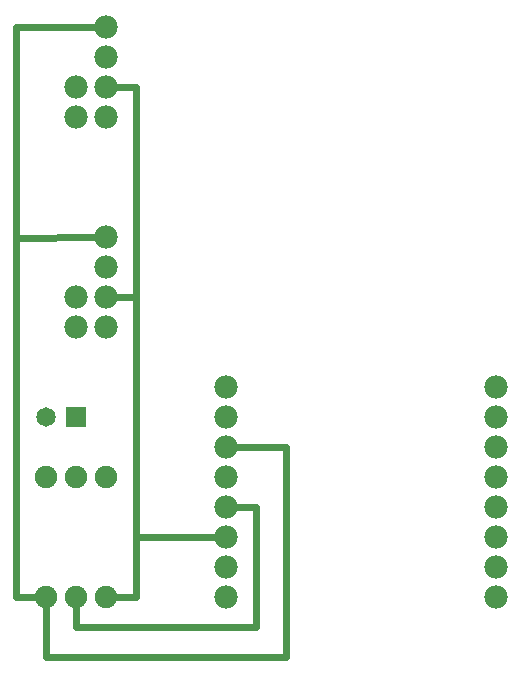
<source format=gtl>
G04 MADE WITH FRITZING*
G04 WWW.FRITZING.ORG*
G04 DOUBLE SIDED*
G04 HOLES PLATED*
G04 CONTOUR ON CENTER OF CONTOUR VECTOR*
%ASAXBY*%
%FSLAX23Y23*%
%MOIN*%
%OFA0B0*%
%SFA1.0B1.0*%
%ADD10C,0.077778*%
%ADD11C,0.075000*%
%ADD12C,0.065000*%
%ADD13C,0.078000*%
%ADD14C,0.024000*%
%ADD15R,0.001000X0.001000*%
%LNCOPPER1*%
G90*
G70*
G54D10*
X901Y1102D03*
X901Y1002D03*
X901Y902D03*
X901Y802D03*
X901Y702D03*
X901Y602D03*
X901Y502D03*
X901Y402D03*
X1801Y402D03*
X1801Y502D03*
X1801Y602D03*
X1801Y702D03*
X1801Y802D03*
X1801Y902D03*
X1801Y1002D03*
X1801Y1102D03*
G54D11*
X501Y402D03*
X501Y802D03*
X401Y402D03*
X401Y802D03*
G54D12*
X401Y1002D03*
X301Y1002D03*
X401Y1002D03*
X301Y1002D03*
G54D11*
X301Y402D03*
X301Y802D03*
G54D13*
X501Y1602D03*
X501Y1502D03*
X401Y1402D03*
X401Y1302D03*
X501Y1402D03*
X501Y1302D03*
X501Y2102D03*
X501Y2002D03*
X401Y2102D03*
X401Y2002D03*
X501Y2302D03*
X501Y2202D03*
G54D14*
X201Y402D02*
X200Y1601D01*
D02*
X200Y1601D02*
X470Y1602D01*
D02*
X272Y402D02*
X201Y402D01*
D02*
X601Y2102D02*
X531Y2102D01*
D02*
X601Y1402D02*
X601Y2102D01*
D02*
X531Y1402D02*
X600Y1402D01*
D02*
X601Y1402D02*
X601Y402D01*
D02*
X601Y402D02*
X529Y402D01*
D02*
X531Y1402D02*
X601Y1402D01*
D02*
X601Y602D02*
X871Y602D01*
D02*
X501Y402D02*
X601Y402D01*
D02*
X601Y402D02*
X601Y602D01*
D02*
X1001Y702D02*
X930Y702D01*
D02*
X401Y302D02*
X1001Y302D01*
D02*
X1001Y302D02*
X1001Y702D01*
D02*
X401Y373D02*
X401Y302D01*
D02*
X1101Y902D02*
X930Y902D01*
D02*
X1101Y202D02*
X1101Y902D01*
D02*
X301Y202D02*
X1101Y202D01*
D02*
X301Y373D02*
X301Y202D01*
D02*
X200Y1601D02*
X200Y2302D01*
D02*
X200Y2302D02*
X470Y2302D01*
D02*
X470Y1602D02*
X200Y1601D01*
G54D15*
X368Y1035D02*
X432Y1035D01*
X368Y1034D02*
X432Y1034D01*
X368Y1033D02*
X432Y1033D01*
X368Y1032D02*
X432Y1032D01*
X368Y1031D02*
X432Y1031D01*
X368Y1030D02*
X432Y1030D01*
X368Y1029D02*
X432Y1029D01*
X368Y1028D02*
X432Y1028D01*
X368Y1027D02*
X432Y1027D01*
X368Y1026D02*
X432Y1026D01*
X368Y1025D02*
X432Y1025D01*
X368Y1024D02*
X432Y1024D01*
X368Y1023D02*
X432Y1023D01*
X368Y1022D02*
X432Y1022D01*
X368Y1021D02*
X432Y1021D01*
X368Y1020D02*
X432Y1020D01*
X368Y1019D02*
X432Y1019D01*
X368Y1018D02*
X432Y1018D01*
X368Y1017D02*
X432Y1017D01*
X368Y1016D02*
X395Y1016D01*
X405Y1016D02*
X432Y1016D01*
X368Y1015D02*
X393Y1015D01*
X407Y1015D02*
X432Y1015D01*
X368Y1014D02*
X391Y1014D01*
X409Y1014D02*
X432Y1014D01*
X368Y1013D02*
X390Y1013D01*
X410Y1013D02*
X432Y1013D01*
X368Y1012D02*
X389Y1012D01*
X411Y1012D02*
X432Y1012D01*
X368Y1011D02*
X388Y1011D01*
X412Y1011D02*
X432Y1011D01*
X368Y1010D02*
X388Y1010D01*
X412Y1010D02*
X432Y1010D01*
X368Y1009D02*
X387Y1009D01*
X413Y1009D02*
X432Y1009D01*
X368Y1008D02*
X387Y1008D01*
X413Y1008D02*
X432Y1008D01*
X368Y1007D02*
X386Y1007D01*
X414Y1007D02*
X432Y1007D01*
X368Y1006D02*
X386Y1006D01*
X414Y1006D02*
X432Y1006D01*
X368Y1005D02*
X386Y1005D01*
X414Y1005D02*
X432Y1005D01*
X368Y1004D02*
X386Y1004D01*
X414Y1004D02*
X432Y1004D01*
X368Y1003D02*
X386Y1003D01*
X414Y1003D02*
X432Y1003D01*
X368Y1002D02*
X386Y1002D01*
X414Y1002D02*
X432Y1002D01*
X368Y1001D02*
X386Y1001D01*
X414Y1001D02*
X432Y1001D01*
X368Y1000D02*
X386Y1000D01*
X414Y1000D02*
X432Y1000D01*
X368Y999D02*
X386Y999D01*
X414Y999D02*
X432Y999D01*
X368Y998D02*
X387Y998D01*
X413Y998D02*
X432Y998D01*
X368Y997D02*
X387Y997D01*
X413Y997D02*
X432Y997D01*
X368Y996D02*
X388Y996D01*
X412Y996D02*
X432Y996D01*
X368Y995D02*
X388Y995D01*
X412Y995D02*
X432Y995D01*
X368Y994D02*
X389Y994D01*
X411Y994D02*
X432Y994D01*
X368Y993D02*
X390Y993D01*
X410Y993D02*
X432Y993D01*
X368Y992D02*
X391Y992D01*
X409Y992D02*
X432Y992D01*
X368Y991D02*
X393Y991D01*
X407Y991D02*
X432Y991D01*
X368Y990D02*
X395Y990D01*
X405Y990D02*
X432Y990D01*
X368Y989D02*
X432Y989D01*
X368Y988D02*
X432Y988D01*
X368Y987D02*
X432Y987D01*
X368Y986D02*
X432Y986D01*
X368Y985D02*
X432Y985D01*
X368Y984D02*
X432Y984D01*
X368Y983D02*
X432Y983D01*
X368Y982D02*
X432Y982D01*
X368Y981D02*
X432Y981D01*
X368Y980D02*
X432Y980D01*
X368Y979D02*
X432Y979D01*
X368Y978D02*
X432Y978D01*
X368Y977D02*
X432Y977D01*
X368Y976D02*
X432Y976D01*
X368Y975D02*
X432Y975D01*
X368Y974D02*
X432Y974D01*
X368Y973D02*
X432Y973D01*
X368Y972D02*
X432Y972D01*
X368Y971D02*
X432Y971D01*
D02*
G04 End of Copper1*
M02*
</source>
